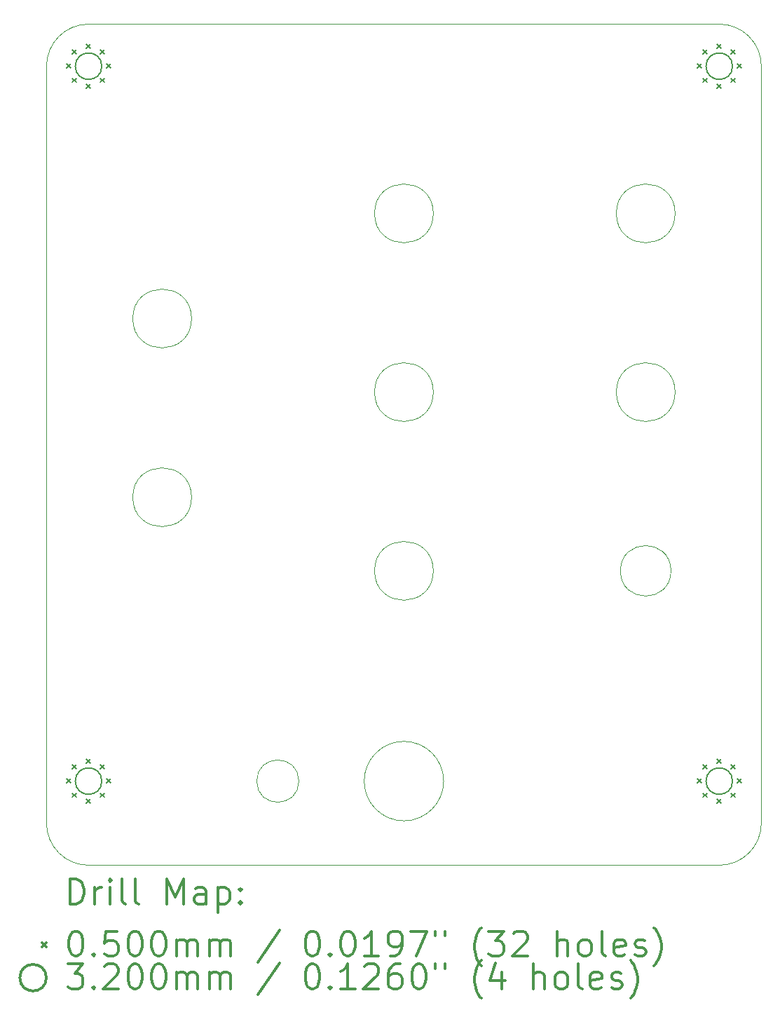
<source format=gbr>
%FSLAX45Y45*%
G04 Gerber Fmt 4.5, Leading zero omitted, Abs format (unit mm)*
G04 Created by KiCad (PCBNEW 5.1.10-88a1d61d58~88~ubuntu20.04.1) date 2021-06-29 16:29:38*
%MOMM*%
%LPD*%
G01*
G04 APERTURE LIST*
%TA.AperFunction,Profile*%
%ADD10C,0.050000*%
%TD*%
%ADD11C,0.200000*%
%ADD12C,0.300000*%
G04 APERTURE END LIST*
D10*
X10415000Y-12700000D02*
G75*
G03*
X10415000Y-12700000I-255000J0D01*
G01*
X12164000Y-12700000D02*
G75*
G03*
X12164000Y-12700000I-480000J0D01*
G01*
X12039000Y-10160000D02*
G75*
G03*
X12039000Y-10160000I-355000J0D01*
G01*
X9118000Y-9271000D02*
G75*
G03*
X9118000Y-9271000I-355000J0D01*
G01*
X14910000Y-10160000D02*
G75*
G03*
X14910000Y-10160000I-305000J0D01*
G01*
X14960000Y-8001000D02*
G75*
G03*
X14960000Y-8001000I-355000J0D01*
G01*
X12039000Y-8001000D02*
G75*
G03*
X12039000Y-8001000I-355000J0D01*
G01*
X9118000Y-7112000D02*
G75*
G03*
X9118000Y-7112000I-355000J0D01*
G01*
X12039000Y-5842000D02*
G75*
G03*
X12039000Y-5842000I-355000J0D01*
G01*
X14960000Y-5842000D02*
G75*
G03*
X14960000Y-5842000I-355000J0D01*
G01*
X15494000Y-3556000D02*
G75*
G02*
X16002000Y-4064000I0J-508000D01*
G01*
X16002000Y-13208000D02*
G75*
G02*
X15494000Y-13716000I-508000J0D01*
G01*
X7874000Y-13716000D02*
G75*
G02*
X7366000Y-13208000I0J508000D01*
G01*
X7366000Y-4064000D02*
G75*
G02*
X7874000Y-3556000I508000J0D01*
G01*
X15494000Y-3556000D02*
X7874000Y-3556000D01*
X16002000Y-13208000D02*
X16002000Y-4064000D01*
X7874000Y-13716000D02*
X15494000Y-13716000D01*
X7366000Y-4064000D02*
X7366000Y-13208000D01*
D11*
X7609000Y-4039000D02*
X7659000Y-4089000D01*
X7659000Y-4039000D02*
X7609000Y-4089000D01*
X7609000Y-12675000D02*
X7659000Y-12725000D01*
X7659000Y-12675000D02*
X7609000Y-12725000D01*
X7679294Y-3869294D02*
X7729294Y-3919294D01*
X7729294Y-3869294D02*
X7679294Y-3919294D01*
X7679294Y-4208706D02*
X7729294Y-4258706D01*
X7729294Y-4208706D02*
X7679294Y-4258706D01*
X7679294Y-12505294D02*
X7729294Y-12555294D01*
X7729294Y-12505294D02*
X7679294Y-12555294D01*
X7679294Y-12844706D02*
X7729294Y-12894706D01*
X7729294Y-12844706D02*
X7679294Y-12894706D01*
X7849000Y-3799000D02*
X7899000Y-3849000D01*
X7899000Y-3799000D02*
X7849000Y-3849000D01*
X7849000Y-4279000D02*
X7899000Y-4329000D01*
X7899000Y-4279000D02*
X7849000Y-4329000D01*
X7849000Y-12435000D02*
X7899000Y-12485000D01*
X7899000Y-12435000D02*
X7849000Y-12485000D01*
X7849000Y-12915000D02*
X7899000Y-12965000D01*
X7899000Y-12915000D02*
X7849000Y-12965000D01*
X8018706Y-3869294D02*
X8068706Y-3919294D01*
X8068706Y-3869294D02*
X8018706Y-3919294D01*
X8018706Y-4208706D02*
X8068706Y-4258706D01*
X8068706Y-4208706D02*
X8018706Y-4258706D01*
X8018706Y-12505294D02*
X8068706Y-12555294D01*
X8068706Y-12505294D02*
X8018706Y-12555294D01*
X8018706Y-12844706D02*
X8068706Y-12894706D01*
X8068706Y-12844706D02*
X8018706Y-12894706D01*
X8089000Y-4039000D02*
X8139000Y-4089000D01*
X8139000Y-4039000D02*
X8089000Y-4089000D01*
X8089000Y-12675000D02*
X8139000Y-12725000D01*
X8139000Y-12675000D02*
X8089000Y-12725000D01*
X15229000Y-4039000D02*
X15279000Y-4089000D01*
X15279000Y-4039000D02*
X15229000Y-4089000D01*
X15229000Y-12675000D02*
X15279000Y-12725000D01*
X15279000Y-12675000D02*
X15229000Y-12725000D01*
X15299294Y-3869294D02*
X15349294Y-3919294D01*
X15349294Y-3869294D02*
X15299294Y-3919294D01*
X15299294Y-4208706D02*
X15349294Y-4258706D01*
X15349294Y-4208706D02*
X15299294Y-4258706D01*
X15299294Y-12505294D02*
X15349294Y-12555294D01*
X15349294Y-12505294D02*
X15299294Y-12555294D01*
X15299294Y-12844706D02*
X15349294Y-12894706D01*
X15349294Y-12844706D02*
X15299294Y-12894706D01*
X15469000Y-3799000D02*
X15519000Y-3849000D01*
X15519000Y-3799000D02*
X15469000Y-3849000D01*
X15469000Y-4279000D02*
X15519000Y-4329000D01*
X15519000Y-4279000D02*
X15469000Y-4329000D01*
X15469000Y-12435000D02*
X15519000Y-12485000D01*
X15519000Y-12435000D02*
X15469000Y-12485000D01*
X15469000Y-12915000D02*
X15519000Y-12965000D01*
X15519000Y-12915000D02*
X15469000Y-12965000D01*
X15638706Y-3869294D02*
X15688706Y-3919294D01*
X15688706Y-3869294D02*
X15638706Y-3919294D01*
X15638706Y-4208706D02*
X15688706Y-4258706D01*
X15688706Y-4208706D02*
X15638706Y-4258706D01*
X15638706Y-12505294D02*
X15688706Y-12555294D01*
X15688706Y-12505294D02*
X15638706Y-12555294D01*
X15638706Y-12844706D02*
X15688706Y-12894706D01*
X15688706Y-12844706D02*
X15638706Y-12894706D01*
X15709000Y-4039000D02*
X15759000Y-4089000D01*
X15759000Y-4039000D02*
X15709000Y-4089000D01*
X15709000Y-12675000D02*
X15759000Y-12725000D01*
X15759000Y-12675000D02*
X15709000Y-12725000D01*
X8034000Y-4064000D02*
G75*
G03*
X8034000Y-4064000I-160000J0D01*
G01*
X8034000Y-12700000D02*
G75*
G03*
X8034000Y-12700000I-160000J0D01*
G01*
X15654000Y-4064000D02*
G75*
G03*
X15654000Y-4064000I-160000J0D01*
G01*
X15654000Y-12700000D02*
G75*
G03*
X15654000Y-12700000I-160000J0D01*
G01*
D12*
X7649928Y-14184214D02*
X7649928Y-13884214D01*
X7721357Y-13884214D01*
X7764214Y-13898500D01*
X7792786Y-13927071D01*
X7807071Y-13955643D01*
X7821357Y-14012786D01*
X7821357Y-14055643D01*
X7807071Y-14112786D01*
X7792786Y-14141357D01*
X7764214Y-14169929D01*
X7721357Y-14184214D01*
X7649928Y-14184214D01*
X7949928Y-14184214D02*
X7949928Y-13984214D01*
X7949928Y-14041357D02*
X7964214Y-14012786D01*
X7978500Y-13998500D01*
X8007071Y-13984214D01*
X8035643Y-13984214D01*
X8135643Y-14184214D02*
X8135643Y-13984214D01*
X8135643Y-13884214D02*
X8121357Y-13898500D01*
X8135643Y-13912786D01*
X8149928Y-13898500D01*
X8135643Y-13884214D01*
X8135643Y-13912786D01*
X8321357Y-14184214D02*
X8292786Y-14169929D01*
X8278500Y-14141357D01*
X8278500Y-13884214D01*
X8478500Y-14184214D02*
X8449928Y-14169929D01*
X8435643Y-14141357D01*
X8435643Y-13884214D01*
X8821357Y-14184214D02*
X8821357Y-13884214D01*
X8921357Y-14098500D01*
X9021357Y-13884214D01*
X9021357Y-14184214D01*
X9292786Y-14184214D02*
X9292786Y-14027071D01*
X9278500Y-13998500D01*
X9249928Y-13984214D01*
X9192786Y-13984214D01*
X9164214Y-13998500D01*
X9292786Y-14169929D02*
X9264214Y-14184214D01*
X9192786Y-14184214D01*
X9164214Y-14169929D01*
X9149928Y-14141357D01*
X9149928Y-14112786D01*
X9164214Y-14084214D01*
X9192786Y-14069929D01*
X9264214Y-14069929D01*
X9292786Y-14055643D01*
X9435643Y-13984214D02*
X9435643Y-14284214D01*
X9435643Y-13998500D02*
X9464214Y-13984214D01*
X9521357Y-13984214D01*
X9549928Y-13998500D01*
X9564214Y-14012786D01*
X9578500Y-14041357D01*
X9578500Y-14127071D01*
X9564214Y-14155643D01*
X9549928Y-14169929D01*
X9521357Y-14184214D01*
X9464214Y-14184214D01*
X9435643Y-14169929D01*
X9707071Y-14155643D02*
X9721357Y-14169929D01*
X9707071Y-14184214D01*
X9692786Y-14169929D01*
X9707071Y-14155643D01*
X9707071Y-14184214D01*
X9707071Y-13998500D02*
X9721357Y-14012786D01*
X9707071Y-14027071D01*
X9692786Y-14012786D01*
X9707071Y-13998500D01*
X9707071Y-14027071D01*
X7313500Y-14653500D02*
X7363500Y-14703500D01*
X7363500Y-14653500D02*
X7313500Y-14703500D01*
X7707071Y-14514214D02*
X7735643Y-14514214D01*
X7764214Y-14528500D01*
X7778500Y-14542786D01*
X7792786Y-14571357D01*
X7807071Y-14628500D01*
X7807071Y-14699929D01*
X7792786Y-14757071D01*
X7778500Y-14785643D01*
X7764214Y-14799929D01*
X7735643Y-14814214D01*
X7707071Y-14814214D01*
X7678500Y-14799929D01*
X7664214Y-14785643D01*
X7649928Y-14757071D01*
X7635643Y-14699929D01*
X7635643Y-14628500D01*
X7649928Y-14571357D01*
X7664214Y-14542786D01*
X7678500Y-14528500D01*
X7707071Y-14514214D01*
X7935643Y-14785643D02*
X7949928Y-14799929D01*
X7935643Y-14814214D01*
X7921357Y-14799929D01*
X7935643Y-14785643D01*
X7935643Y-14814214D01*
X8221357Y-14514214D02*
X8078500Y-14514214D01*
X8064214Y-14657071D01*
X8078500Y-14642786D01*
X8107071Y-14628500D01*
X8178500Y-14628500D01*
X8207071Y-14642786D01*
X8221357Y-14657071D01*
X8235643Y-14685643D01*
X8235643Y-14757071D01*
X8221357Y-14785643D01*
X8207071Y-14799929D01*
X8178500Y-14814214D01*
X8107071Y-14814214D01*
X8078500Y-14799929D01*
X8064214Y-14785643D01*
X8421357Y-14514214D02*
X8449928Y-14514214D01*
X8478500Y-14528500D01*
X8492786Y-14542786D01*
X8507071Y-14571357D01*
X8521357Y-14628500D01*
X8521357Y-14699929D01*
X8507071Y-14757071D01*
X8492786Y-14785643D01*
X8478500Y-14799929D01*
X8449928Y-14814214D01*
X8421357Y-14814214D01*
X8392786Y-14799929D01*
X8378500Y-14785643D01*
X8364214Y-14757071D01*
X8349928Y-14699929D01*
X8349928Y-14628500D01*
X8364214Y-14571357D01*
X8378500Y-14542786D01*
X8392786Y-14528500D01*
X8421357Y-14514214D01*
X8707071Y-14514214D02*
X8735643Y-14514214D01*
X8764214Y-14528500D01*
X8778500Y-14542786D01*
X8792786Y-14571357D01*
X8807071Y-14628500D01*
X8807071Y-14699929D01*
X8792786Y-14757071D01*
X8778500Y-14785643D01*
X8764214Y-14799929D01*
X8735643Y-14814214D01*
X8707071Y-14814214D01*
X8678500Y-14799929D01*
X8664214Y-14785643D01*
X8649928Y-14757071D01*
X8635643Y-14699929D01*
X8635643Y-14628500D01*
X8649928Y-14571357D01*
X8664214Y-14542786D01*
X8678500Y-14528500D01*
X8707071Y-14514214D01*
X8935643Y-14814214D02*
X8935643Y-14614214D01*
X8935643Y-14642786D02*
X8949928Y-14628500D01*
X8978500Y-14614214D01*
X9021357Y-14614214D01*
X9049928Y-14628500D01*
X9064214Y-14657071D01*
X9064214Y-14814214D01*
X9064214Y-14657071D02*
X9078500Y-14628500D01*
X9107071Y-14614214D01*
X9149928Y-14614214D01*
X9178500Y-14628500D01*
X9192786Y-14657071D01*
X9192786Y-14814214D01*
X9335643Y-14814214D02*
X9335643Y-14614214D01*
X9335643Y-14642786D02*
X9349928Y-14628500D01*
X9378500Y-14614214D01*
X9421357Y-14614214D01*
X9449928Y-14628500D01*
X9464214Y-14657071D01*
X9464214Y-14814214D01*
X9464214Y-14657071D02*
X9478500Y-14628500D01*
X9507071Y-14614214D01*
X9549928Y-14614214D01*
X9578500Y-14628500D01*
X9592786Y-14657071D01*
X9592786Y-14814214D01*
X10178500Y-14499929D02*
X9921357Y-14885643D01*
X10564214Y-14514214D02*
X10592786Y-14514214D01*
X10621357Y-14528500D01*
X10635643Y-14542786D01*
X10649928Y-14571357D01*
X10664214Y-14628500D01*
X10664214Y-14699929D01*
X10649928Y-14757071D01*
X10635643Y-14785643D01*
X10621357Y-14799929D01*
X10592786Y-14814214D01*
X10564214Y-14814214D01*
X10535643Y-14799929D01*
X10521357Y-14785643D01*
X10507071Y-14757071D01*
X10492786Y-14699929D01*
X10492786Y-14628500D01*
X10507071Y-14571357D01*
X10521357Y-14542786D01*
X10535643Y-14528500D01*
X10564214Y-14514214D01*
X10792786Y-14785643D02*
X10807071Y-14799929D01*
X10792786Y-14814214D01*
X10778500Y-14799929D01*
X10792786Y-14785643D01*
X10792786Y-14814214D01*
X10992786Y-14514214D02*
X11021357Y-14514214D01*
X11049928Y-14528500D01*
X11064214Y-14542786D01*
X11078500Y-14571357D01*
X11092786Y-14628500D01*
X11092786Y-14699929D01*
X11078500Y-14757071D01*
X11064214Y-14785643D01*
X11049928Y-14799929D01*
X11021357Y-14814214D01*
X10992786Y-14814214D01*
X10964214Y-14799929D01*
X10949928Y-14785643D01*
X10935643Y-14757071D01*
X10921357Y-14699929D01*
X10921357Y-14628500D01*
X10935643Y-14571357D01*
X10949928Y-14542786D01*
X10964214Y-14528500D01*
X10992786Y-14514214D01*
X11378500Y-14814214D02*
X11207071Y-14814214D01*
X11292786Y-14814214D02*
X11292786Y-14514214D01*
X11264214Y-14557071D01*
X11235643Y-14585643D01*
X11207071Y-14599929D01*
X11521357Y-14814214D02*
X11578500Y-14814214D01*
X11607071Y-14799929D01*
X11621357Y-14785643D01*
X11649928Y-14742786D01*
X11664214Y-14685643D01*
X11664214Y-14571357D01*
X11649928Y-14542786D01*
X11635643Y-14528500D01*
X11607071Y-14514214D01*
X11549928Y-14514214D01*
X11521357Y-14528500D01*
X11507071Y-14542786D01*
X11492786Y-14571357D01*
X11492786Y-14642786D01*
X11507071Y-14671357D01*
X11521357Y-14685643D01*
X11549928Y-14699929D01*
X11607071Y-14699929D01*
X11635643Y-14685643D01*
X11649928Y-14671357D01*
X11664214Y-14642786D01*
X11764214Y-14514214D02*
X11964214Y-14514214D01*
X11835643Y-14814214D01*
X12064214Y-14514214D02*
X12064214Y-14571357D01*
X12178500Y-14514214D02*
X12178500Y-14571357D01*
X12621357Y-14928500D02*
X12607071Y-14914214D01*
X12578500Y-14871357D01*
X12564214Y-14842786D01*
X12549928Y-14799929D01*
X12535643Y-14728500D01*
X12535643Y-14671357D01*
X12549928Y-14599929D01*
X12564214Y-14557071D01*
X12578500Y-14528500D01*
X12607071Y-14485643D01*
X12621357Y-14471357D01*
X12707071Y-14514214D02*
X12892786Y-14514214D01*
X12792786Y-14628500D01*
X12835643Y-14628500D01*
X12864214Y-14642786D01*
X12878500Y-14657071D01*
X12892786Y-14685643D01*
X12892786Y-14757071D01*
X12878500Y-14785643D01*
X12864214Y-14799929D01*
X12835643Y-14814214D01*
X12749928Y-14814214D01*
X12721357Y-14799929D01*
X12707071Y-14785643D01*
X13007071Y-14542786D02*
X13021357Y-14528500D01*
X13049928Y-14514214D01*
X13121357Y-14514214D01*
X13149928Y-14528500D01*
X13164214Y-14542786D01*
X13178500Y-14571357D01*
X13178500Y-14599929D01*
X13164214Y-14642786D01*
X12992786Y-14814214D01*
X13178500Y-14814214D01*
X13535643Y-14814214D02*
X13535643Y-14514214D01*
X13664214Y-14814214D02*
X13664214Y-14657071D01*
X13649928Y-14628500D01*
X13621357Y-14614214D01*
X13578500Y-14614214D01*
X13549928Y-14628500D01*
X13535643Y-14642786D01*
X13849928Y-14814214D02*
X13821357Y-14799929D01*
X13807071Y-14785643D01*
X13792786Y-14757071D01*
X13792786Y-14671357D01*
X13807071Y-14642786D01*
X13821357Y-14628500D01*
X13849928Y-14614214D01*
X13892786Y-14614214D01*
X13921357Y-14628500D01*
X13935643Y-14642786D01*
X13949928Y-14671357D01*
X13949928Y-14757071D01*
X13935643Y-14785643D01*
X13921357Y-14799929D01*
X13892786Y-14814214D01*
X13849928Y-14814214D01*
X14121357Y-14814214D02*
X14092786Y-14799929D01*
X14078500Y-14771357D01*
X14078500Y-14514214D01*
X14349928Y-14799929D02*
X14321357Y-14814214D01*
X14264214Y-14814214D01*
X14235643Y-14799929D01*
X14221357Y-14771357D01*
X14221357Y-14657071D01*
X14235643Y-14628500D01*
X14264214Y-14614214D01*
X14321357Y-14614214D01*
X14349928Y-14628500D01*
X14364214Y-14657071D01*
X14364214Y-14685643D01*
X14221357Y-14714214D01*
X14478500Y-14799929D02*
X14507071Y-14814214D01*
X14564214Y-14814214D01*
X14592786Y-14799929D01*
X14607071Y-14771357D01*
X14607071Y-14757071D01*
X14592786Y-14728500D01*
X14564214Y-14714214D01*
X14521357Y-14714214D01*
X14492786Y-14699929D01*
X14478500Y-14671357D01*
X14478500Y-14657071D01*
X14492786Y-14628500D01*
X14521357Y-14614214D01*
X14564214Y-14614214D01*
X14592786Y-14628500D01*
X14707071Y-14928500D02*
X14721357Y-14914214D01*
X14749928Y-14871357D01*
X14764214Y-14842786D01*
X14778500Y-14799929D01*
X14792786Y-14728500D01*
X14792786Y-14671357D01*
X14778500Y-14599929D01*
X14764214Y-14557071D01*
X14749928Y-14528500D01*
X14721357Y-14485643D01*
X14707071Y-14471357D01*
X7363500Y-15074500D02*
G75*
G03*
X7363500Y-15074500I-160000J0D01*
G01*
X7621357Y-14910214D02*
X7807071Y-14910214D01*
X7707071Y-15024500D01*
X7749928Y-15024500D01*
X7778500Y-15038786D01*
X7792786Y-15053071D01*
X7807071Y-15081643D01*
X7807071Y-15153071D01*
X7792786Y-15181643D01*
X7778500Y-15195929D01*
X7749928Y-15210214D01*
X7664214Y-15210214D01*
X7635643Y-15195929D01*
X7621357Y-15181643D01*
X7935643Y-15181643D02*
X7949928Y-15195929D01*
X7935643Y-15210214D01*
X7921357Y-15195929D01*
X7935643Y-15181643D01*
X7935643Y-15210214D01*
X8064214Y-14938786D02*
X8078500Y-14924500D01*
X8107071Y-14910214D01*
X8178500Y-14910214D01*
X8207071Y-14924500D01*
X8221357Y-14938786D01*
X8235643Y-14967357D01*
X8235643Y-14995929D01*
X8221357Y-15038786D01*
X8049928Y-15210214D01*
X8235643Y-15210214D01*
X8421357Y-14910214D02*
X8449928Y-14910214D01*
X8478500Y-14924500D01*
X8492786Y-14938786D01*
X8507071Y-14967357D01*
X8521357Y-15024500D01*
X8521357Y-15095929D01*
X8507071Y-15153071D01*
X8492786Y-15181643D01*
X8478500Y-15195929D01*
X8449928Y-15210214D01*
X8421357Y-15210214D01*
X8392786Y-15195929D01*
X8378500Y-15181643D01*
X8364214Y-15153071D01*
X8349928Y-15095929D01*
X8349928Y-15024500D01*
X8364214Y-14967357D01*
X8378500Y-14938786D01*
X8392786Y-14924500D01*
X8421357Y-14910214D01*
X8707071Y-14910214D02*
X8735643Y-14910214D01*
X8764214Y-14924500D01*
X8778500Y-14938786D01*
X8792786Y-14967357D01*
X8807071Y-15024500D01*
X8807071Y-15095929D01*
X8792786Y-15153071D01*
X8778500Y-15181643D01*
X8764214Y-15195929D01*
X8735643Y-15210214D01*
X8707071Y-15210214D01*
X8678500Y-15195929D01*
X8664214Y-15181643D01*
X8649928Y-15153071D01*
X8635643Y-15095929D01*
X8635643Y-15024500D01*
X8649928Y-14967357D01*
X8664214Y-14938786D01*
X8678500Y-14924500D01*
X8707071Y-14910214D01*
X8935643Y-15210214D02*
X8935643Y-15010214D01*
X8935643Y-15038786D02*
X8949928Y-15024500D01*
X8978500Y-15010214D01*
X9021357Y-15010214D01*
X9049928Y-15024500D01*
X9064214Y-15053071D01*
X9064214Y-15210214D01*
X9064214Y-15053071D02*
X9078500Y-15024500D01*
X9107071Y-15010214D01*
X9149928Y-15010214D01*
X9178500Y-15024500D01*
X9192786Y-15053071D01*
X9192786Y-15210214D01*
X9335643Y-15210214D02*
X9335643Y-15010214D01*
X9335643Y-15038786D02*
X9349928Y-15024500D01*
X9378500Y-15010214D01*
X9421357Y-15010214D01*
X9449928Y-15024500D01*
X9464214Y-15053071D01*
X9464214Y-15210214D01*
X9464214Y-15053071D02*
X9478500Y-15024500D01*
X9507071Y-15010214D01*
X9549928Y-15010214D01*
X9578500Y-15024500D01*
X9592786Y-15053071D01*
X9592786Y-15210214D01*
X10178500Y-14895929D02*
X9921357Y-15281643D01*
X10564214Y-14910214D02*
X10592786Y-14910214D01*
X10621357Y-14924500D01*
X10635643Y-14938786D01*
X10649928Y-14967357D01*
X10664214Y-15024500D01*
X10664214Y-15095929D01*
X10649928Y-15153071D01*
X10635643Y-15181643D01*
X10621357Y-15195929D01*
X10592786Y-15210214D01*
X10564214Y-15210214D01*
X10535643Y-15195929D01*
X10521357Y-15181643D01*
X10507071Y-15153071D01*
X10492786Y-15095929D01*
X10492786Y-15024500D01*
X10507071Y-14967357D01*
X10521357Y-14938786D01*
X10535643Y-14924500D01*
X10564214Y-14910214D01*
X10792786Y-15181643D02*
X10807071Y-15195929D01*
X10792786Y-15210214D01*
X10778500Y-15195929D01*
X10792786Y-15181643D01*
X10792786Y-15210214D01*
X11092786Y-15210214D02*
X10921357Y-15210214D01*
X11007071Y-15210214D02*
X11007071Y-14910214D01*
X10978500Y-14953071D01*
X10949928Y-14981643D01*
X10921357Y-14995929D01*
X11207071Y-14938786D02*
X11221357Y-14924500D01*
X11249928Y-14910214D01*
X11321357Y-14910214D01*
X11349928Y-14924500D01*
X11364214Y-14938786D01*
X11378500Y-14967357D01*
X11378500Y-14995929D01*
X11364214Y-15038786D01*
X11192786Y-15210214D01*
X11378500Y-15210214D01*
X11635643Y-14910214D02*
X11578500Y-14910214D01*
X11549928Y-14924500D01*
X11535643Y-14938786D01*
X11507071Y-14981643D01*
X11492786Y-15038786D01*
X11492786Y-15153071D01*
X11507071Y-15181643D01*
X11521357Y-15195929D01*
X11549928Y-15210214D01*
X11607071Y-15210214D01*
X11635643Y-15195929D01*
X11649928Y-15181643D01*
X11664214Y-15153071D01*
X11664214Y-15081643D01*
X11649928Y-15053071D01*
X11635643Y-15038786D01*
X11607071Y-15024500D01*
X11549928Y-15024500D01*
X11521357Y-15038786D01*
X11507071Y-15053071D01*
X11492786Y-15081643D01*
X11849928Y-14910214D02*
X11878500Y-14910214D01*
X11907071Y-14924500D01*
X11921357Y-14938786D01*
X11935643Y-14967357D01*
X11949928Y-15024500D01*
X11949928Y-15095929D01*
X11935643Y-15153071D01*
X11921357Y-15181643D01*
X11907071Y-15195929D01*
X11878500Y-15210214D01*
X11849928Y-15210214D01*
X11821357Y-15195929D01*
X11807071Y-15181643D01*
X11792786Y-15153071D01*
X11778500Y-15095929D01*
X11778500Y-15024500D01*
X11792786Y-14967357D01*
X11807071Y-14938786D01*
X11821357Y-14924500D01*
X11849928Y-14910214D01*
X12064214Y-14910214D02*
X12064214Y-14967357D01*
X12178500Y-14910214D02*
X12178500Y-14967357D01*
X12621357Y-15324500D02*
X12607071Y-15310214D01*
X12578500Y-15267357D01*
X12564214Y-15238786D01*
X12549928Y-15195929D01*
X12535643Y-15124500D01*
X12535643Y-15067357D01*
X12549928Y-14995929D01*
X12564214Y-14953071D01*
X12578500Y-14924500D01*
X12607071Y-14881643D01*
X12621357Y-14867357D01*
X12864214Y-15010214D02*
X12864214Y-15210214D01*
X12792786Y-14895929D02*
X12721357Y-15110214D01*
X12907071Y-15110214D01*
X13249928Y-15210214D02*
X13249928Y-14910214D01*
X13378500Y-15210214D02*
X13378500Y-15053071D01*
X13364214Y-15024500D01*
X13335643Y-15010214D01*
X13292786Y-15010214D01*
X13264214Y-15024500D01*
X13249928Y-15038786D01*
X13564214Y-15210214D02*
X13535643Y-15195929D01*
X13521357Y-15181643D01*
X13507071Y-15153071D01*
X13507071Y-15067357D01*
X13521357Y-15038786D01*
X13535643Y-15024500D01*
X13564214Y-15010214D01*
X13607071Y-15010214D01*
X13635643Y-15024500D01*
X13649928Y-15038786D01*
X13664214Y-15067357D01*
X13664214Y-15153071D01*
X13649928Y-15181643D01*
X13635643Y-15195929D01*
X13607071Y-15210214D01*
X13564214Y-15210214D01*
X13835643Y-15210214D02*
X13807071Y-15195929D01*
X13792786Y-15167357D01*
X13792786Y-14910214D01*
X14064214Y-15195929D02*
X14035643Y-15210214D01*
X13978500Y-15210214D01*
X13949928Y-15195929D01*
X13935643Y-15167357D01*
X13935643Y-15053071D01*
X13949928Y-15024500D01*
X13978500Y-15010214D01*
X14035643Y-15010214D01*
X14064214Y-15024500D01*
X14078500Y-15053071D01*
X14078500Y-15081643D01*
X13935643Y-15110214D01*
X14192786Y-15195929D02*
X14221357Y-15210214D01*
X14278500Y-15210214D01*
X14307071Y-15195929D01*
X14321357Y-15167357D01*
X14321357Y-15153071D01*
X14307071Y-15124500D01*
X14278500Y-15110214D01*
X14235643Y-15110214D01*
X14207071Y-15095929D01*
X14192786Y-15067357D01*
X14192786Y-15053071D01*
X14207071Y-15024500D01*
X14235643Y-15010214D01*
X14278500Y-15010214D01*
X14307071Y-15024500D01*
X14421357Y-15324500D02*
X14435643Y-15310214D01*
X14464214Y-15267357D01*
X14478500Y-15238786D01*
X14492786Y-15195929D01*
X14507071Y-15124500D01*
X14507071Y-15067357D01*
X14492786Y-14995929D01*
X14478500Y-14953071D01*
X14464214Y-14924500D01*
X14435643Y-14881643D01*
X14421357Y-14867357D01*
M02*

</source>
